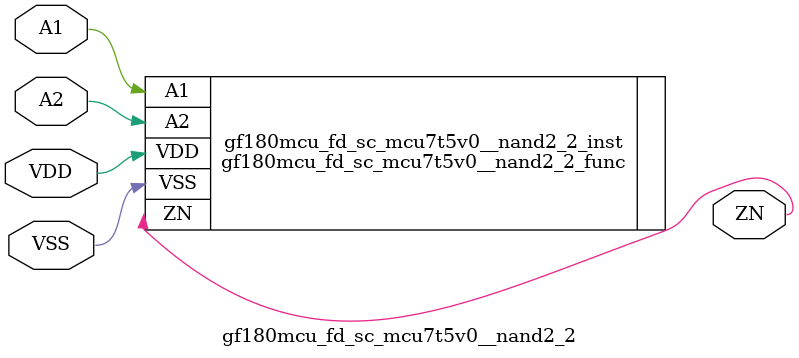
<source format=v>

module gf180mcu_fd_sc_mcu7t5v0__nand2_2( A1, A2, ZN, VDD, VSS );
input A1, A2;
inout VDD, VSS;
output ZN;

   `ifdef FUNCTIONAL  //  functional //

	gf180mcu_fd_sc_mcu7t5v0__nand2_2_func gf180mcu_fd_sc_mcu7t5v0__nand2_2_behav_inst(.A1(A1),.A2(A2),.ZN(ZN),.VDD(VDD),.VSS(VSS));

   `else

	gf180mcu_fd_sc_mcu7t5v0__nand2_2_func gf180mcu_fd_sc_mcu7t5v0__nand2_2_inst(.A1(A1),.A2(A2),.ZN(ZN),.VDD(VDD),.VSS(VSS));

	// spec_gates_begin


	// spec_gates_end



   specify

	// specify_block_begin

	// comb arc A1 --> ZN
	 (A1 => ZN) = (1.0,1.0);

	// comb arc A2 --> ZN
	 (A2 => ZN) = (1.0,1.0);

	// specify_block_end

   endspecify

   `endif

endmodule

</source>
